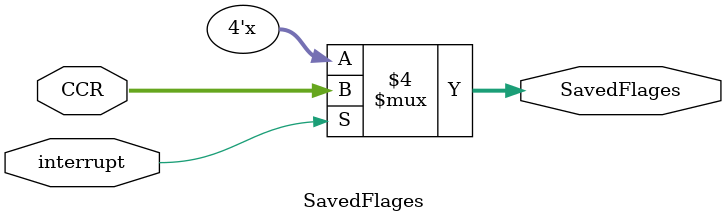
<source format=v>
module SavedFlages (
    input interrupt,
    input [3:0] CCR,
    output reg [3:0] SavedFlages
);

initial begin
    SavedFlages = 0;
end

always @(*) begin
    if(interrupt) SavedFlages = CCR;
    else SavedFlages=SavedFlages;
end
    
endmodule
</source>
